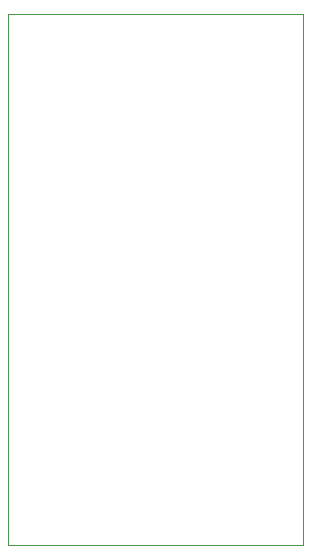
<source format=gm1>
G04*
G04 #@! TF.GenerationSoftware,Altium Limited,Altium Designer,23.3.1 (30)*
G04*
G04 Layer_Color=8508508*
%FSLAX43Y43*%
%MOMM*%
G71*
G04*
G04 #@! TF.SameCoordinates,291B95C8-E4AE-492A-8979-900EF43719B7*
G04*
G04*
G04 #@! TF.FilePolarity,Positive*
G04*
G01*
G75*
%ADD71C,0.100*%
D71*
X0Y45000D02*
X25000D01*
Y45000D02*
X25000Y0D01*
X0Y45000D02*
X0Y0D01*
X0Y0D02*
X25000D01*
M02*

</source>
